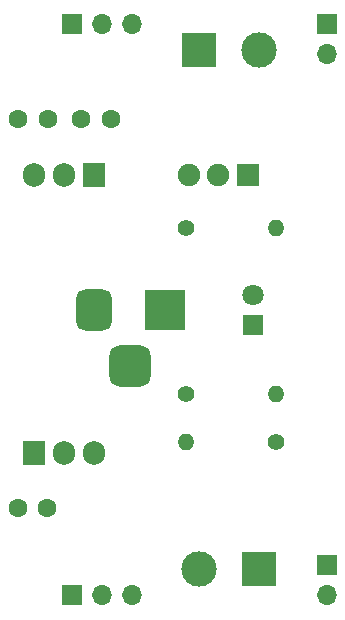
<source format=gts>
%TF.GenerationSoftware,KiCad,Pcbnew,7.0.11*%
%TF.CreationDate,2024-05-20T00:03:05+02:00*%
%TF.ProjectId,Power supply,506f7765-7220-4737-9570-706c792e6b69,rev?*%
%TF.SameCoordinates,Original*%
%TF.FileFunction,Soldermask,Top*%
%TF.FilePolarity,Negative*%
%FSLAX46Y46*%
G04 Gerber Fmt 4.6, Leading zero omitted, Abs format (unit mm)*
G04 Created by KiCad (PCBNEW 7.0.11) date 2024-05-20 00:03:05*
%MOMM*%
%LPD*%
G01*
G04 APERTURE LIST*
G04 Aperture macros list*
%AMRoundRect*
0 Rectangle with rounded corners*
0 $1 Rounding radius*
0 $2 $3 $4 $5 $6 $7 $8 $9 X,Y pos of 4 corners*
0 Add a 4 corners polygon primitive as box body*
4,1,4,$2,$3,$4,$5,$6,$7,$8,$9,$2,$3,0*
0 Add four circle primitives for the rounded corners*
1,1,$1+$1,$2,$3*
1,1,$1+$1,$4,$5*
1,1,$1+$1,$6,$7*
1,1,$1+$1,$8,$9*
0 Add four rect primitives between the rounded corners*
20,1,$1+$1,$2,$3,$4,$5,0*
20,1,$1+$1,$4,$5,$6,$7,0*
20,1,$1+$1,$6,$7,$8,$9,0*
20,1,$1+$1,$8,$9,$2,$3,0*%
G04 Aperture macros list end*
%ADD10R,1.905000X2.000000*%
%ADD11O,1.905000X2.000000*%
%ADD12R,1.900000X1.900000*%
%ADD13C,1.900000*%
%ADD14O,1.400000X1.400000*%
%ADD15C,1.400000*%
%ADD16C,3.000000*%
%ADD17R,3.000000X3.000000*%
%ADD18O,1.700000X1.700000*%
%ADD19R,1.700000X1.700000*%
%ADD20R,3.500000X3.500000*%
%ADD21RoundRect,0.750000X-0.750000X-1.000000X0.750000X-1.000000X0.750000X1.000000X-0.750000X1.000000X0*%
%ADD22RoundRect,0.875000X-0.875000X-0.875000X0.875000X-0.875000X0.875000X0.875000X-0.875000X0.875000X0*%
%ADD23R,1.800000X1.800000*%
%ADD24C,1.800000*%
%ADD25C,1.600000*%
G04 APERTURE END LIST*
D10*
%TO.C,U2*%
X139065000Y-60960000D03*
D11*
X136525000Y-60960000D03*
X133985000Y-60960000D03*
%TD*%
D10*
%TO.C,U1*%
X133985000Y-84455000D03*
D11*
X136525000Y-84455000D03*
X139065000Y-84455000D03*
%TD*%
D12*
%TO.C,S1*%
X152075000Y-60960000D03*
D13*
X149575000Y-60960000D03*
X147075000Y-60960000D03*
%TD*%
D14*
%TO.C,R3*%
X154432000Y-79502000D03*
D15*
X146812000Y-79502000D03*
%TD*%
%TO.C,R2*%
X154432000Y-83566000D03*
D14*
X146812000Y-83566000D03*
%TD*%
D15*
%TO.C,R1*%
X146812000Y-65405000D03*
D14*
X154432000Y-65405000D03*
%TD*%
D16*
%TO.C,J7*%
X147955000Y-94330000D03*
D17*
X153035000Y-94330000D03*
%TD*%
D18*
%TO.C,J6*%
X158750000Y-96520000D03*
D19*
X158750000Y-93980000D03*
%TD*%
%TO.C,J5*%
X137175000Y-96530000D03*
D18*
X139715000Y-96530000D03*
X142255000Y-96530000D03*
%TD*%
D17*
%TO.C,J4*%
X147955000Y-50383800D03*
D16*
X153035000Y-50383800D03*
%TD*%
D18*
%TO.C,J3*%
X158750000Y-50723800D03*
D19*
X158750000Y-48183800D03*
%TD*%
%TO.C,J2*%
X137160000Y-48183800D03*
D18*
X139700000Y-48183800D03*
X142240000Y-48183800D03*
%TD*%
D20*
%TO.C,J1*%
X145065000Y-72390000D03*
D21*
X139065000Y-72390000D03*
D22*
X142065000Y-77090000D03*
%TD*%
D23*
%TO.C,D1*%
X152495000Y-73660000D03*
D24*
X152495000Y-71120000D03*
%TD*%
D25*
%TO.C,C3*%
X135128000Y-56190000D03*
X132628000Y-56190000D03*
%TD*%
%TO.C,C2*%
X135088000Y-89154000D03*
X132588000Y-89154000D03*
%TD*%
%TO.C,C1*%
X137962000Y-56190000D03*
X140462000Y-56190000D03*
%TD*%
M02*

</source>
